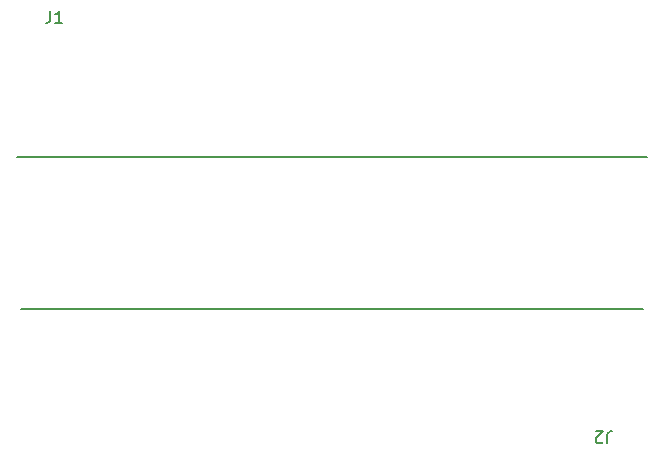
<source format=gto>
G04 #@! TF.GenerationSoftware,KiCad,Pcbnew,8.0.9*
G04 #@! TF.CreationDate,2025-06-24T22:52:29+09:00*
G04 #@! TF.ProjectId,scsi_d25p50k_adapter,73637369-5f64-4323-9570-35306b5f6164,rev?*
G04 #@! TF.SameCoordinates,Original*
G04 #@! TF.FileFunction,Legend,Top*
G04 #@! TF.FilePolarity,Positive*
%FSLAX46Y46*%
G04 Gerber Fmt 4.6, Leading zero omitted, Abs format (unit mm)*
G04 Created by KiCad (PCBNEW 8.0.9) date 2025-06-24 22:52:29*
%MOMM*%
%LPD*%
G01*
G04 APERTURE LIST*
%ADD10C,0.150000*%
%ADD11C,0.152400*%
%ADD12C,1.371600*%
%ADD13C,3.810000*%
%ADD14C,1.397000*%
G04 APERTURE END LIST*
D10*
X168833333Y-124045180D02*
X168833333Y-123330895D01*
X168833333Y-123330895D02*
X168880952Y-123188038D01*
X168880952Y-123188038D02*
X168976190Y-123092800D01*
X168976190Y-123092800D02*
X169119047Y-123045180D01*
X169119047Y-123045180D02*
X169214285Y-123045180D01*
X168404761Y-123949942D02*
X168357142Y-123997561D01*
X168357142Y-123997561D02*
X168261904Y-124045180D01*
X168261904Y-124045180D02*
X168023809Y-124045180D01*
X168023809Y-124045180D02*
X167928571Y-123997561D01*
X167928571Y-123997561D02*
X167880952Y-123949942D01*
X167880952Y-123949942D02*
X167833333Y-123854704D01*
X167833333Y-123854704D02*
X167833333Y-123759466D01*
X167833333Y-123759466D02*
X167880952Y-123616609D01*
X167880952Y-123616609D02*
X168452380Y-123045180D01*
X168452380Y-123045180D02*
X167833333Y-123045180D01*
X121666666Y-87454819D02*
X121666666Y-88169104D01*
X121666666Y-88169104D02*
X121619047Y-88311961D01*
X121619047Y-88311961D02*
X121523809Y-88407200D01*
X121523809Y-88407200D02*
X121380952Y-88454819D01*
X121380952Y-88454819D02*
X121285714Y-88454819D01*
X122666666Y-88454819D02*
X122095238Y-88454819D01*
X122380952Y-88454819D02*
X122380952Y-87454819D01*
X122380952Y-87454819D02*
X122285714Y-87597676D01*
X122285714Y-87597676D02*
X122190476Y-87692914D01*
X122190476Y-87692914D02*
X122095238Y-87740533D01*
D11*
X171852500Y-112655200D02*
X119147500Y-112655200D01*
X118817300Y-99800600D02*
X172182700Y-99800600D01*
%LPC*%
D12*
X130260000Y-115500000D03*
X131530000Y-117405000D03*
X132800000Y-115500000D03*
X134070000Y-117405000D03*
X135340000Y-115500000D03*
X136610000Y-117405000D03*
X137880000Y-115500000D03*
X139150000Y-117405000D03*
X140420000Y-115500000D03*
X141690000Y-117405000D03*
X142960000Y-115500000D03*
X144230000Y-117405000D03*
X145500000Y-115500000D03*
X146770000Y-117405000D03*
X148040000Y-115500000D03*
X149310000Y-117405000D03*
X150580000Y-115500000D03*
X151850000Y-117405000D03*
X153120000Y-115500000D03*
X154390000Y-117405000D03*
X155660000Y-115500000D03*
X156930000Y-117405000D03*
X158200000Y-115500000D03*
X159470000Y-117405000D03*
X160740000Y-115500000D03*
X130260000Y-119310000D03*
X131530000Y-121215000D03*
X132800000Y-119310000D03*
X134070000Y-121215000D03*
X135340000Y-119310000D03*
X136610000Y-121215000D03*
X137880000Y-119310000D03*
X139150000Y-121215000D03*
X140420000Y-119310000D03*
X141690000Y-121215000D03*
X142960000Y-119310000D03*
X144230000Y-121215000D03*
X145500000Y-119310000D03*
X146770000Y-121215000D03*
X148040000Y-119310000D03*
X149310000Y-121215000D03*
X150580000Y-119310000D03*
X151850000Y-121215000D03*
X153120000Y-119310000D03*
X154390000Y-121215000D03*
X155660000Y-119310000D03*
X156930000Y-121215000D03*
X158200000Y-119310000D03*
X159470000Y-121215000D03*
X160740000Y-119310000D03*
D13*
X168741000Y-119208400D03*
X122259000Y-119208400D03*
D14*
X129060002Y-97540000D03*
X131800002Y-97540000D03*
X134540002Y-97540000D03*
X137280001Y-97540000D03*
X140020001Y-97540000D03*
X142760000Y-97540000D03*
X145500000Y-97540000D03*
X148240000Y-97540000D03*
X150979999Y-97540000D03*
X153719999Y-97540000D03*
X156459998Y-97540000D03*
X159199998Y-97540000D03*
X161939998Y-97540000D03*
X130430002Y-95000000D03*
X133170002Y-95000000D03*
X135910001Y-95000000D03*
X138650001Y-95000000D03*
X141390001Y-95000000D03*
X144130000Y-95000000D03*
X146870000Y-95000000D03*
X149609999Y-95000000D03*
X152349999Y-95000000D03*
X155089999Y-95000000D03*
X157829998Y-95000000D03*
X160569998Y-95000000D03*
D13*
X122005000Y-96270000D03*
X168995000Y-96270000D03*
%LPD*%
M02*

</source>
